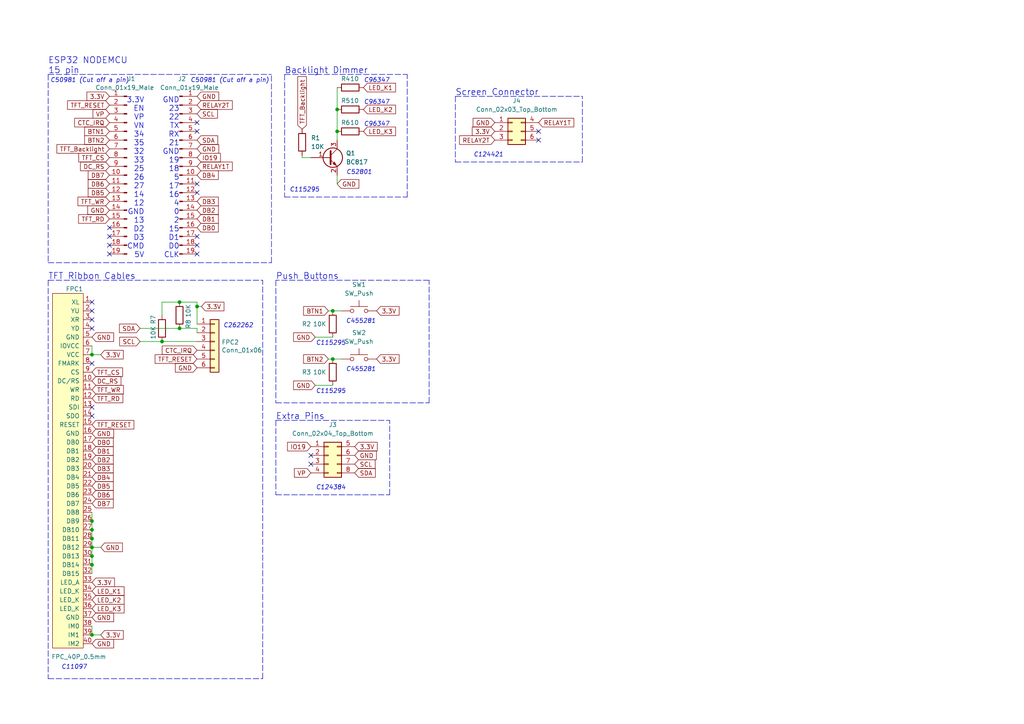
<source format=kicad_sch>
(kicad_sch (version 20211123) (generator eeschema)
  (paper "A4")
  (lib_symbols
    (symbol "Connector:Conn_01x19_Male" (pin_names (offset 1.016) hide)
      (property "Reference" "J" (at 0 25.4 0))
      (property "Value" "Conn_01x19_Male" (at 0 -25.4 0))
      (symbol "Conn_01x19_Male_1_1"
        (polyline (pts (xy 1.27 -22.86) (xy 0.8636 -22.86)) (stroke (width 0.1524)))
        (polyline (pts (xy 1.27 -20.32) (xy 0.8636 -20.32)) (stroke (width 0.1524)))
        (polyline (pts (xy 1.27 -17.78) (xy 0.8636 -17.78)) (stroke (width 0.1524)))
        (polyline (pts (xy 1.27 -15.24) (xy 0.8636 -15.24)) (stroke (width 0.1524)))
        (polyline (pts (xy 1.27 -12.7) (xy 0.8636 -12.7)) (stroke (width 0.1524)))
        (polyline (pts (xy 1.27 -10.16) (xy 0.8636 -10.16)) (stroke (width 0.1524)))
        (polyline (pts (xy 1.27 -7.62) (xy 0.8636 -7.62)) (stroke (width 0.1524)))
        (polyline (pts (xy 1.27 -5.08) (xy 0.8636 -5.08)) (stroke (width 0.1524)))
        (polyline (pts (xy 1.27 -2.54) (xy 0.8636 -2.54)) (stroke (width 0.1524)))
        (polyline (pts (xy 1.27 0) (xy 0.8636 0)) (stroke (width 0.1524)))
        (polyline (pts (xy 1.27 2.54) (xy 0.8636 2.54)) (stroke (width 0.1524)))
        (polyline (pts (xy 1.27 5.08) (xy 0.8636 5.08)) (stroke (width 0.1524)))
        (polyline (pts (xy 1.27 7.62) (xy 0.8636 7.62)) (stroke (width 0.1524)))
        (polyline (pts (xy 1.27 10.16) (xy 0.8636 10.16)) (stroke (width 0.1524)))
        (polyline (pts (xy 1.27 12.7) (xy 0.8636 12.7)) (stroke (width 0.1524)))
        (polyline (pts (xy 1.27 15.24) (xy 0.8636 15.24)) (stroke (width 0.1524)))
        (polyline (pts (xy 1.27 17.78) (xy 0.8636 17.78)) (stroke (width 0.1524)))
        (polyline (pts (xy 1.27 20.32) (xy 0.8636 20.32)) (stroke (width 0.1524)))
        (polyline (pts (xy 1.27 22.86) (xy 0.8636 22.86)) (stroke (width 0.1524)))
        (rectangle (start 0.8636 -22.733) (end 0 -22.987) (stroke (width 0.1524)) (fill (type outline)))
        (rectangle (start 0.8636 -20.193) (end 0 -20.447) (stroke (width 0.1524)) (fill (type outline)))
        (rectangle (start 0.8636 -17.653) (end 0 -17.907) (stroke (width 0.1524)) (fill (type outline)))
        (rectangle (start 0.8636 -15.113) (end 0 -15.367) (stroke (width 0.1524)) (fill (type outline)))
        (rectangle (start 0.8636 -12.573) (end 0 -12.827) (stroke (width 0.1524)) (fill (type outline)))
        (rectangle (start 0.8636 -10.033) (end 0 -10.287) (stroke (width 0.1524)) (fill (type outline)))
        (rectangle (start 0.8636 -7.493) (end 0 -7.747) (stroke (width 0.1524)) (fill (type outline)))
        (rectangle (start 0.8636 -4.953) (end 0 -5.207) (stroke (width 0.1524)) (fill (type outline)))
        (rectangle (start 0.8636 -2.413) (end 0 -2.667) (stroke (width 0.1524)) (fill (type outline)))
        (rectangle (start 0.8636 0.127) (end 0 -0.127) (stroke (width 0.1524)) (fill (type outline)))
        (rectangle (start 0.8636 2.667) (end 0 2.413) (stroke (width 0.1524)) (fill (type outline)))
        (rectangle (start 0.8636 5.207) (end 0 4.953) (stroke (width 0.1524)) (fill (type outline)))
        (rectangle (start 0.8636 7.747) (end 0 7.493) (stroke (width 0.1524)) (fill (type outline)))
        (rectangle (start 0.8636 10.287) (end 0 10.033) (stroke (width 0.1524)) (fill (type outline)))
        (rectangle (start 0.8636 12.827) (end 0 12.573) (stroke (width 0.1524)) (fill (type outline)))
        (rectangle (start 0.8636 15.367) (end 0 15.113) (stroke (width 0.1524)) (fill (type outline)))
        (rectangle (start 0.8636 17.907) (end 0 17.653) (stroke (width 0.1524)) (fill (type outline)))
        (rectangle (start 0.8636 20.447) (end 0 20.193) (stroke (width 0.1524)) (fill (type outline)))
        (rectangle (start 0.8636 22.987) (end 0 22.733) (stroke (width 0.1524)) (fill (type outline)))
        (pin passive line (at 5.08 22.86 180) (length 3.81) (name "Pin_1") (number "1"))
        (pin passive line (at 5.08 0 180) (length 3.81) (name "Pin_10") (number "10"))
        (pin passive line (at 5.08 -2.54 180) (length 3.81) (name "Pin_11") (number "11"))
        (pin passive line (at 5.08 -5.08 180) (length 3.81) (name "Pin_12") (number "12"))
        (pin passive line (at 5.08 -7.62 180) (length 3.81) (name "Pin_13") (number "13"))
        (pin passive line (at 5.08 -10.16 180) (length 3.81) (name "Pin_14") (number "14"))
        (pin passive line (at 5.08 -12.7 180) (length 3.81) (name "Pin_15") (number "15"))
        (pin passive line (at 5.08 -15.24 180) (length 3.81) (name "Pin_16") (number "16"))
        (pin passive line (at 5.08 -17.78 180) (length 3.81) (name "Pin_17") (number "17"))
        (pin passive line (at 5.08 -20.32 180) (length 3.81) (name "Pin_18") (number "18"))
        (pin passive line (at 5.08 -22.86 180) (length 3.81) (name "Pin_19") (number "19"))
        (pin passive line (at 5.08 20.32 180) (length 3.81) (name "Pin_2") (number "2"))
        (pin passive line (at 5.08 17.78 180) (length 3.81) (name "Pin_3") (number "3"))
        (pin passive line (at 5.08 15.24 180) (length 3.81) (name "Pin_4") (number "4"))
        (pin passive line (at 5.08 12.7 180) (length 3.81) (name "Pin_5") (number "5"))
        (pin passive line (at 5.08 10.16 180) (length 3.81) (name "Pin_6") (number "6"))
        (pin passive line (at 5.08 7.62 180) (length 3.81) (name "Pin_7") (number "7"))
        (pin passive line (at 5.08 5.08 180) (length 3.81) (name "Pin_8") (number "8"))
        (pin passive line (at 5.08 2.54 180) (length 3.81) (name "Pin_9") (number "9"))
      )
    )
    (symbol "Connector_Generic:Conn_01x06" (pin_names (offset 1.016) hide)
      (property "Reference" "J" (at 0 7.62 0))
      (property "Value" "Conn_01x06" (at 0 -10.16 0))
      (symbol "Conn_01x06_1_1"
        (rectangle (start -1.27 -7.493) (end 0 -7.747) (stroke (width 0.1524)))
        (rectangle (start -1.27 -4.953) (end 0 -5.207) (stroke (width 0.1524)))
        (rectangle (start -1.27 -2.413) (end 0 -2.667) (stroke (width 0.1524)))
        (rectangle (start -1.27 0.127) (end 0 -0.127) (stroke (width 0.1524)))
        (rectangle (start -1.27 2.667) (end 0 2.413) (stroke (width 0.1524)))
        (rectangle (start -1.27 5.207) (end 0 4.953) (stroke (width 0.1524)))
        (rectangle (start -1.27 6.35) (end 1.27 -8.89) (stroke (width 0.254)) (fill (type background)))
        (pin passive line (at -5.08 5.08 0) (length 3.81) (name "Pin_1") (number "1"))
        (pin passive line (at -5.08 2.54 0) (length 3.81) (name "Pin_2") (number "2"))
        (pin passive line (at -5.08 0 0) (length 3.81) (name "Pin_3") (number "3"))
        (pin passive line (at -5.08 -2.54 0) (length 3.81) (name "Pin_4") (number "4"))
        (pin passive line (at -5.08 -5.08 0) (length 3.81) (name "Pin_5") (number "5"))
        (pin passive line (at -5.08 -7.62 0) (length 3.81) (name "Pin_6") (number "6"))
      )
    )
    (symbol "Connector_Generic:Conn_02x03_Top_Bottom" (pin_names (offset 1.016) hide)
      (property "Reference" "J" (at 1.27 5.08 0))
      (property "Value" "Conn_02x03_Top_Bottom" (at 1.27 -5.08 0))
      (symbol "Conn_02x03_Top_Bottom_1_1"
        (rectangle (start -1.27 -2.413) (end 0 -2.667) (stroke (width 0.1524)))
        (rectangle (start -1.27 0.127) (end 0 -0.127) (stroke (width 0.1524)))
        (rectangle (start -1.27 2.667) (end 0 2.413) (stroke (width 0.1524)))
        (rectangle (start -1.27 3.81) (end 3.81 -3.81) (stroke (width 0.254)) (fill (type background)))
        (rectangle (start 3.81 -2.413) (end 2.54 -2.667) (stroke (width 0.1524)))
        (rectangle (start 3.81 0.127) (end 2.54 -0.127) (stroke (width 0.1524)))
        (rectangle (start 3.81 2.667) (end 2.54 2.413) (stroke (width 0.1524)))
        (pin passive line (at -5.08 2.54 0) (length 3.81) (name "Pin_1") (number "1"))
        (pin passive line (at -5.08 0 0) (length 3.81) (name "Pin_2") (number "2"))
        (pin passive line (at -5.08 -2.54 0) (length 3.81) (name "Pin_3") (number "3"))
        (pin passive line (at 7.62 2.54 180) (length 3.81) (name "Pin_4") (number "4"))
        (pin passive line (at 7.62 0 180) (length 3.81) (name "Pin_5") (number "5"))
        (pin passive line (at 7.62 -2.54 180) (length 3.81) (name "Pin_6") (number "6"))
      )
    )
    (symbol "Connector_Generic:Conn_02x04_Top_Bottom" (pin_names (offset 1.016) hide)
      (property "Reference" "J" (at 1.27 5.08 0))
      (property "Value" "Conn_02x04_Top_Bottom" (at 1.27 -7.62 0))
      (symbol "Conn_02x04_Top_Bottom_1_1"
        (rectangle (start -1.27 -4.953) (end 0 -5.207) (stroke (width 0.1524)))
        (rectangle (start -1.27 -2.413) (end 0 -2.667) (stroke (width 0.1524)))
        (rectangle (start -1.27 0.127) (end 0 -0.127) (stroke (width 0.1524)))
        (rectangle (start -1.27 2.667) (end 0 2.413) (stroke (width 0.1524)))
        (rectangle (start -1.27 3.81) (end 3.81 -6.35) (stroke (width 0.254)) (fill (type background)))
        (rectangle (start 3.81 -4.953) (end 2.54 -5.207) (stroke (width 0.1524)))
        (rectangle (start 3.81 -2.413) (end 2.54 -2.667) (stroke (width 0.1524)))
        (rectangle (start 3.81 0.127) (end 2.54 -0.127) (stroke (width 0.1524)))
        (rectangle (start 3.81 2.667) (end 2.54 2.413) (stroke (width 0.1524)))
        (pin passive line (at -5.08 2.54 0) (length 3.81) (name "Pin_1") (number "1"))
        (pin passive line (at -5.08 0 0) (length 3.81) (name "Pin_2") (number "2"))
        (pin passive line (at -5.08 -2.54 0) (length 3.81) (name "Pin_3") (number "3"))
        (pin passive line (at -5.08 -5.08 0) (length 3.81) (name "Pin_4") (number "4"))
        (pin passive line (at 7.62 2.54 180) (length 3.81) (name "Pin_5") (number "5"))
        (pin passive line (at 7.62 0 180) (length 3.81) (name "Pin_6") (number "6"))
        (pin passive line (at 7.62 -2.54 180) (length 3.81) (name "Pin_7") (number "7"))
        (pin passive line (at 7.62 -5.08 180) (length 3.81) (name "Pin_8") (number "8"))
      )
    )
    (symbol "Device:R" (pin_numbers hide) (pin_names (offset 0))
      (property "Reference" "R" (at 2.032 0 90))
      (property "Value" "R" (at 0 0 90))
      (symbol "R_0_1"
        (rectangle (start -1.016 -2.54) (end 1.016 2.54) (stroke (width 0.254)))
      )
      (symbol "R_1_1"
        (pin passive line (at 0 3.81 270) (length 1.27) (name "~") (number "1"))
        (pin passive line (at 0 -3.81 90) (length 1.27) (name "~") (number "2"))
      )
    )
    (symbol "ESP32_TouchDown:FPC_40P_0.5mm" (pin_names (offset 1.016))
      (property "Reference" "FPC?" (at -2.54 50.8 0))
      (property "Value" "FPC_40P_0.5mm" (at -1.27 -55.88 0))
      (symbol "FPC_40P_0.5mm_0_1"
        (rectangle (start -8.89 49.53) (end 0 -53.34) (fill (type background)))
      )
      (symbol "FPC_40P_0.5mm_1_1"
        (pin bidirectional line (at 2.54 46.99 180) (length 2.54) (name "XL") (number "1"))
        (pin bidirectional line (at 2.54 24.13 180) (length 2.54) (name "DC/RS") (number "10"))
        (pin bidirectional line (at 2.54 21.59 180) (length 2.54) (name "WR") (number "11"))
        (pin bidirectional line (at 2.54 19.05 180) (length 2.54) (name "RD") (number "12"))
        (pin bidirectional line (at 2.54 16.51 180) (length 2.54) (name "SDI") (number "13"))
        (pin bidirectional line (at 2.54 13.97 180) (length 2.54) (name "SDO") (number "14"))
        (pin bidirectional line (at 2.54 11.43 180) (length 2.54) (name "RESET") (number "15"))
        (pin bidirectional line (at 2.54 8.89 180) (length 2.54) (name "GND") (number "16"))
        (pin bidirectional line (at 2.54 6.35 180) (length 2.54) (name "DB0") (number "17"))
        (pin bidirectional line (at 2.54 3.81 180) (length 2.54) (name "DB1") (number "18"))
        (pin bidirectional line (at 2.54 1.27 180) (length 2.54) (name "DB2") (number "19"))
        (pin bidirectional line (at 2.54 44.45 180) (length 2.54) (name "YU") (number "2"))
        (pin bidirectional line (at 2.54 -1.27 180) (length 2.54) (name "DB3") (number "20"))
        (pin bidirectional line (at 2.54 -3.81 180) (length 2.54) (name "DB4") (number "21"))
        (pin bidirectional line (at 2.54 -6.35 180) (length 2.54) (name "DB5") (number "22"))
        (pin bidirectional line (at 2.54 -8.89 180) (length 2.54) (name "DB6") (number "23"))
        (pin bidirectional line (at 2.54 -11.43 180) (length 2.54) (name "DB7") (number "24"))
        (pin bidirectional line (at 2.54 -13.97 180) (length 2.54) (name "DB8") (number "25"))
        (pin bidirectional line (at 2.54 -16.51 180) (length 2.54) (name "DB9") (number "26"))
        (pin bidirectional line (at 2.54 -19.05 180) (length 2.54) (name "DB10") (number "27"))
        (pin bidirectional line (at 2.54 -21.59 180) (length 2.54) (name "DB11") (number "28"))
        (pin bidirectional line (at 2.54 -24.13 180) (length 2.54) (name "DB12") (number "29"))
        (pin bidirectional line (at 2.54 41.91 180) (length 2.54) (name "XR") (number "3"))
        (pin bidirectional line (at 2.54 -26.67 180) (length 2.54) (name "DB13") (number "30"))
        (pin bidirectional line (at 2.54 -29.21 180) (length 2.54) (name "DB14") (number "31"))
        (pin bidirectional line (at 2.54 -31.75 180) (length 2.54) (name "DB15") (number "32"))
        (pin bidirectional line (at 2.54 -34.29 180) (length 2.54) (name "LED_A") (number "33"))
        (pin bidirectional line (at 2.54 -36.83 180) (length 2.54) (name "LED_K") (number "34"))
        (pin bidirectional line (at 2.54 -39.37 180) (length 2.54) (name "LED_K") (number "35"))
        (pin bidirectional line (at 2.54 -41.91 180) (length 2.54) (name "LED_K") (number "36"))
        (pin bidirectional line (at 2.54 -44.45 180) (length 2.54) (name "GND") (number "37"))
        (pin bidirectional line (at 2.54 -46.99 180) (length 2.54) (name "IM0") (number "38"))
        (pin bidirectional line (at 2.54 -49.53 180) (length 2.54) (name "IM1") (number "39"))
        (pin bidirectional line (at 2.54 39.37 180) (length 2.54) (name "YD") (number "4"))
        (pin bidirectional line (at 2.54 -52.07 180) (length 2.54) (name "IM2") (number "40"))
        (pin bidirectional line (at 2.54 36.83 180) (length 2.54) (name "GND") (number "5"))
        (pin bidirectional line (at 2.54 34.29 180) (length 2.54) (name "IOVCC") (number "6"))
        (pin bidirectional line (at 2.54 31.75 180) (length 2.54) (name "VCC") (number "7"))
        (pin bidirectional line (at 2.54 29.21 180) (length 2.54) (name "FMARK") (number "8"))
        (pin bidirectional line (at 2.54 26.67 180) (length 2.54) (name "CS") (number "9"))
      )
    )
    (symbol "Switch:SW_Push" (pin_numbers hide) (pin_names (offset 1.016) hide)
      (property "Reference" "SW" (at 1.27 2.54 0))
      (property "Value" "SW_Push" (at 0 -1.524 0))
      (symbol "SW_Push_0_1"
        (circle (center -2.032 0) (radius 0.508))
        (polyline (pts (xy 0 1.27) (xy 0 3.048)))
        (polyline (pts (xy 2.54 1.27) (xy -2.54 1.27)))
        (circle (center 2.032 0) (radius 0.508))
        (pin passive line (at -5.08 0 0) (length 2.54) (name "1") (number "1"))
        (pin passive line (at 5.08 0 180) (length 2.54) (name "2") (number "2"))
      )
    )
    (symbol "Transistor_BJT:BC817" (pin_names (offset 0) hide)
      (property "Reference" "Q" (at 5.08 1.905 0))
      (property "Value" "BC817" (at 5.08 0 0))
      (symbol "BC817_0_1"
        (polyline (pts (xy 0.635 0.635) (xy 2.54 2.54)))
        (polyline (pts (xy 0.635 -0.635) (xy 2.54 -2.54) (xy 2.54 -2.54)))
        (polyline (pts (xy 0.635 1.905) (xy 0.635 -1.905) (xy 0.635 -1.905)) (stroke (width 0.508)))
        (polyline (pts (xy 1.27 -1.778) (xy 1.778 -1.27) (xy 2.286 -2.286) (xy 1.27 -1.778) (xy 1.27 -1.778)) (fill (type outline)))
        (circle (center 1.27 0) (radius 2.8194) (stroke (width 0.254)))
      )
      (symbol "BC817_1_1"
        (pin input line (at -5.08 0 0) (length 5.715) (name "B") (number "1"))
        (pin passive line (at 2.54 -5.08 90) (length 2.54) (name "E") (number "2"))
        (pin passive line (at 2.54 5.08 270) (length 2.54) (name "C") (number "3"))
      )
    )
  )
  (junction (at 97.79 38.1))
  (junction (at 26.67 156.21))
  (junction (at 57.15 88.9))
  (junction (at 26.67 153.67))
  (junction (at 26.67 102.87))
  (junction (at 97.79 31.75))
  (junction (at 26.67 158.75))
  (junction (at 46.99 99.06))
  (junction (at 96.52 90.17))
  (junction (at 96.52 104.14))
  (junction (at 26.67 163.83))
  (junction (at 52.07 87.63))
  (junction (at 26.67 161.29))
  (junction (at 52.07 95.25))
  (junction (at 26.67 184.15))
  (junction (at 26.67 151.13))
  (no_connect (at 26.67 92.71))
  (no_connect (at 26.67 105.41))
  (no_connect (at 26.67 90.17))
  (no_connect (at 26.67 87.63))
  (no_connect (at 57.15 55.88))
  (no_connect (at 26.67 120.65))
  (no_connect (at 57.15 73.66))
  (no_connect (at 57.15 35.56))
  (no_connect (at 31.75 68.58))
  (no_connect (at 156.21 40.64))
  (no_connect (at 31.75 73.66))
  (no_connect (at 26.67 118.11))
  (no_connect (at 57.15 53.34))
  (no_connect (at 57.15 68.58))
  (no_connect (at 90.17 134.62))
  (no_connect (at 156.21 38.1))
  (no_connect (at 31.75 66.04))
  (no_connect (at 31.75 71.12))
  (no_connect (at 57.15 71.12))
  (no_connect (at 26.67 95.25))
  (no_connect (at 90.17 132.08))
  (no_connect (at 57.15 38.1))
  (polyline (pts (xy 80.01 121.92) (xy 80.01 143.51)))
  (wire (pts (xy 96.52 90.17) (xy 99.06 90.17)))
  (polyline (pts (xy 113.03 143.51) (xy 113.03 121.92)))
  (wire (pts (xy 97.79 31.75) (xy 97.79 38.1)))
  (wire (pts (xy 46.99 99.06) (xy 57.15 99.06)))
  (wire (pts (xy 52.07 87.63) (xy 57.15 87.63)))
  (polyline (pts (xy 78.74 76.2) (xy 78.74 21.59)))
  (polyline (pts (xy 82.55 21.59) (xy 118.11 21.59)))
  (polyline (pts (xy 168.91 46.99) (xy 168.91 27.94)))
  (polyline (pts (xy 82.55 21.59) (xy 82.55 57.15)))
  (wire (pts (xy 91.44 111.76) (xy 96.52 111.76)))
  (wire (pts (xy 87.63 45.72) (xy 87.63 45.085)))
  (polyline (pts (xy 132.08 46.99) (xy 168.91 46.99)))
  (wire (pts (xy 95.25 104.14) (xy 96.52 104.14)))
  (polyline (pts (xy 82.55 57.15) (xy 118.11 57.15)))
  (wire (pts (xy 52.07 95.25) (xy 57.15 95.25)))
  (polyline (pts (xy 132.08 27.94) (xy 168.91 27.94)))
  (wire (pts (xy 58.42 88.9) (xy 57.15 88.9)))
  (wire (pts (xy 26.67 161.29) (xy 26.67 163.83)))
  (wire (pts (xy 26.67 153.67) (xy 26.67 156.21)))
  (wire (pts (xy 29.21 184.15) (xy 26.67 184.15)))
  (wire (pts (xy 97.79 50.8) (xy 97.79 53.34)))
  (wire (pts (xy 97.79 38.1) (xy 97.79 40.64)))
  (wire (pts (xy 26.67 100.33) (xy 26.67 102.87)))
  (wire (pts (xy 26.67 148.59) (xy 26.67 151.13)))
  (wire (pts (xy 26.67 102.87) (xy 29.21 102.87)))
  (polyline (pts (xy 76.2 196.85) (xy 76.2 81.28)))
  (polyline (pts (xy 80.01 116.84) (xy 124.46 116.84)))
  (polyline (pts (xy 132.08 27.94) (xy 132.08 46.99)))
  (polyline (pts (xy 124.46 116.84) (xy 124.46 81.28)))
  (wire (pts (xy 26.67 163.83) (xy 26.67 166.37)))
  (polyline (pts (xy 13.97 81.28) (xy 13.97 196.85)))
  (wire (pts (xy 96.52 104.14) (xy 99.06 104.14)))
  (wire (pts (xy 95.25 90.17) (xy 96.52 90.17)))
  (wire (pts (xy 97.79 25.4) (xy 97.79 31.75)))
  (wire (pts (xy 26.67 158.75) (xy 26.67 161.29)))
  (wire (pts (xy 57.15 88.9) (xy 57.15 93.98)))
  (polyline (pts (xy 13.97 21.59) (xy 78.74 21.59)))
  (polyline (pts (xy 118.11 57.15) (xy 118.11 21.59)))
  (polyline (pts (xy 13.97 196.85) (xy 76.2 196.85)))
  (polyline (pts (xy 80.01 121.92) (xy 113.03 121.92)))
  (wire (pts (xy 91.44 97.79) (xy 96.52 97.79)))
  (polyline (pts (xy 80.01 143.51) (xy 113.03 143.51)))
  (polyline (pts (xy 13.97 81.28) (xy 76.2 81.28)))
  (polyline (pts (xy 80.01 86.36) (xy 80.01 116.84)))
  (wire (pts (xy 40.64 99.06) (xy 46.99 99.06)))
  (wire (pts (xy 57.15 87.63) (xy 57.15 88.9)))
  (wire (pts (xy 46.99 87.63) (xy 52.07 87.63)))
  (polyline (pts (xy 80.01 81.28) (xy 80.01 86.36)))
  (wire (pts (xy 26.67 156.21) (xy 26.67 158.75)))
  (wire (pts (xy 26.67 181.61) (xy 26.67 184.15)))
  (polyline (pts (xy 13.97 21.59) (xy 13.97 76.2)))
  (wire (pts (xy 46.99 91.44) (xy 46.99 87.63)))
  (wire (pts (xy 40.64 95.25) (xy 52.07 95.25)))
  (wire (pts (xy 26.67 151.13) (xy 26.67 153.67)))
  (polyline (pts (xy 13.97 76.2) (xy 78.74 76.2)))
  (wire (pts (xy 90.17 45.72) (xy 87.63 45.72)))
  (wire (pts (xy 26.67 158.75) (xy 29.21 158.75)))
  (wire (pts (xy 57.15 95.25) (xy 57.15 96.52)))
  (polyline (pts (xy 124.46 81.28) (xy 80.01 81.28)))
  (text "C115295" (at 92.71 55.88 180) (effects (font (size 1.27 1.27) italic) (justify right bottom)))
  (text "C115295" (at 100.33 114.3 180) (effects (font (size 1.27 1.27) italic) (justify right bottom)))
  (text "C455281" (at 100.33 107.95 0) (effects (font (size 1.27 1.27) italic) (justify left bottom)))
  (text "TFT Ribbon Cables" (at 13.97 81.28 0) (effects (font (size 1.8 1.8)) (justify left bottom)))
  (text "3.3V\nEN\nVP\nVN\n34\n35\n32\n33\n25\n26\n27\n14\n12\nGND\n13\nD2\nD3\nCMD\n5V" (at 41.91 74.93 0) (effects (font (size 1.55 1.55)) (justify right bottom)))
  (text "C52801" (at 107.95 50.8 180) (effects (font (size 1.27 1.27) italic) (justify right bottom)))
  (text "C50981 (Cut off a pin)" (at 78.105 24.13 180) (effects (font (size 1.27 1.27) italic) (justify right bottom)))
  (text "Backlight Dimmer" (at 82.55 21.59 0) (effects (font (size 1.8 1.8)) (justify left bottom)))
  (text "C115295" (at 100.33 100.33 180) (effects (font (size 1.27 1.27) italic) (justify right bottom)))
  (text "C124384" (at 100.33 142.24 180) (effects (font (size 1.27 1.27) italic) (justify right bottom)))
  (text "Push Buttons" (at 80.01 81.28 0) (effects (font (size 1.8 1.8)) (justify left bottom)))
  (text "Extra Pins" (at 80.01 121.92 0) (effects (font (size 1.8 1.8)) (justify left bottom)))
  (text "C96347" (at 113.03 30.48 180) (effects (font (size 1.27 1.27) italic) (justify right bottom)))
  (text "GND\n23\n22\nTX\nRX\n21\nGND\n19\n18\n5\n17\n16\n4\n0\n2\n15\nD1\nD0\nCLK" (at 52.07 74.93 0) (effects (font (size 1.55 1.55)) (justify right bottom)))
  (text "C11097" (at 17.78 194.31 0) (effects (font (size 1.27 1.27) italic) (justify left bottom)))
  (text "C262262" (at 64.77 95.25 0) (effects (font (size 1.27 1.27) italic) (justify left bottom)))
  (text "C455281" (at 100.33 93.98 0) (effects (font (size 1.27 1.27) italic) (justify left bottom)))
  (text "C96347" (at 113.03 36.83 180) (effects (font (size 1.27 1.27) italic) (justify right bottom)))
  (text "C124421" (at 146.05 45.72 180) (effects (font (size 1.27 1.27) italic) (justify right bottom)))
  (text "ESP32 NODEMCU\n15 pin\n" (at 13.97 21.59 0) (effects (font (size 1.8 1.8)) (justify left bottom)))
  (text "Screen Connector" (at 132.08 27.94 0) (effects (font (size 1.8 1.8)) (justify left bottom)))
  (text "C50981 (Cut off a pin)" (at 37.465 24.13 180) (effects (font (size 1.27 1.27) italic) (justify right bottom)))
  (text "C96347" (at 113.03 24.13 180) (effects (font (size 1.27 1.27) italic) (justify right bottom)))
  (global_label "BTN1" (shape input) (at 95.25 90.17 180) (property "Intersheet References" "${INTERSHEET_REFS}" (effects hide)))
  (global_label "IO19" (shape input) (at 57.15 45.72 0) (property "Intersheet References" "${INTERSHEET_REFS}" (effects hide)))
  (global_label "GND" (shape input) (at 26.67 125.73 0) (property "Intersheet References" "${INTERSHEET_REFS}" (effects hide)))
  (global_label "TFT_CS" (shape input) (at 31.75 45.72 180) (property "Intersheet References" "${INTERSHEET_REFS}" (effects hide)))
  (global_label "SDA" (shape input) (at 40.64 95.25 180) (property "Intersheet References" "${INTERSHEET_REFS}" (effects hide)))
  (global_label "DB4" (shape input) (at 26.67 138.43 0) (property "Intersheet References" "${INTERSHEET_REFS}" (effects hide)))
  (global_label "CTC_IRQ" (shape input) (at 57.15 101.6 180) (property "Intersheet References" "${INTERSHEET_REFS}" (effects hide)))
  (global_label "LED_K3" (shape input) (at 105.41 38.1 0) (property "Intersheet References" "${INTERSHEET_REFS}" (effects hide)))
  (global_label "TFT_RESET" (shape input) (at 57.15 104.14 180) (property "Intersheet References" "${INTERSHEET_REFS}" (effects hide)))
  (global_label "CTC_IRQ" (shape input) (at 31.75 35.56 180) (property "Intersheet References" "${INTERSHEET_REFS}" (effects hide)))
  (global_label "3.3V" (shape input) (at 29.21 102.87 0) (property "Intersheet References" "${INTERSHEET_REFS}" (effects hide)))
  (global_label "VP" (shape input) (at 90.17 137.16 180) (property "Intersheet References" "${INTERSHEET_REFS}" (effects hide)))
  (global_label "DB4" (shape input) (at 57.15 50.8 0) (property "Intersheet References" "${INTERSHEET_REFS}" (effects hide)))
  (global_label "3.3V" (shape input) (at 26.67 168.91 0) (property "Intersheet References" "${INTERSHEET_REFS}" (effects hide)))
  (global_label "3.3V" (shape input) (at 31.75 27.94 180) (property "Intersheet References" "${INTERSHEET_REFS}" (effects hide)))
  (global_label "TFT_RESET" (shape input) (at 26.67 123.19 0) (property "Intersheet References" "${INTERSHEET_REFS}" (effects hide)))
  (global_label "GND" (shape input) (at 91.44 111.76 180) (property "Intersheet References" "${INTERSHEET_REFS}" (effects hide)))
  (global_label "DB3" (shape input) (at 57.15 58.42 0) (property "Intersheet References" "${INTERSHEET_REFS}" (effects hide)))
  (global_label "SDA" (shape input) (at 102.87 137.16 0) (property "Intersheet References" "${INTERSHEET_REFS}" (effects hide)))
  (global_label "GND" (shape input) (at 143.51 35.56 180) (property "Intersheet References" "${INTERSHEET_REFS}" (effects hide)))
  (global_label "RELAY2T" (shape input) (at 143.51 40.64 180) (property "Intersheet References" "${INTERSHEET_REFS}" (effects hide)))
  (global_label "TFT_CS" (shape input) (at 26.67 107.95 0) (property "Intersheet References" "${INTERSHEET_REFS}" (effects hide)))
  (global_label "DB6" (shape input) (at 31.75 53.34 180) (property "Intersheet References" "${INTERSHEET_REFS}" (effects hide)))
  (global_label "GND" (shape input) (at 57.15 106.68 180) (property "Intersheet References" "${INTERSHEET_REFS}" (effects hide)))
  (global_label "TFT_WR" (shape input) (at 26.67 113.03 0) (property "Intersheet References" "${INTERSHEET_REFS}" (effects hide)))
  (global_label "DB5" (shape input) (at 31.75 55.88 180) (property "Intersheet References" "${INTERSHEET_REFS}" (effects hide)))
  (global_label "GND" (shape input) (at 57.15 27.94 0) (property "Intersheet References" "${INTERSHEET_REFS}" (effects hide)))
  (global_label "GND" (shape input) (at 26.67 186.69 0) (property "Intersheet References" "${INTERSHEET_REFS}" (effects hide)))
  (global_label "GND" (shape input) (at 91.44 97.79 180) (property "Intersheet References" "${INTERSHEET_REFS}" (effects hide)))
  (global_label "DB7" (shape input) (at 26.67 146.05 0) (property "Intersheet References" "${INTERSHEET_REFS}" (effects hide)))
  (global_label "DB1" (shape input) (at 57.15 63.5 0) (property "Intersheet References" "${INTERSHEET_REFS}" (effects hide)))
  (global_label "DB1" (shape input) (at 26.67 130.81 0) (property "Intersheet References" "${INTERSHEET_REFS}" (effects hide)))
  (global_label "SCL" (shape input) (at 102.87 134.62 0) (property "Intersheet References" "${INTERSHEET_REFS}" (effects hide)))
  (global_label "3.3V" (shape input) (at 109.22 90.17 0) (property "Intersheet References" "${INTERSHEET_REFS}" (effects hide)))
  (global_label "SCL" (shape input) (at 40.64 99.06 180) (property "Intersheet References" "${INTERSHEET_REFS}" (effects hide)))
  (global_label "IO19" (shape input) (at 90.17 129.54 180) (property "Intersheet References" "${INTERSHEET_REFS}" (effects hide)))
  (global_label "DB3" (shape input) (at 26.67 135.89 0) (property "Intersheet References" "${INTERSHEET_REFS}" (effects hide)))
  (global_label "DB2" (shape input) (at 57.15 60.96 0) (property "Intersheet References" "${INTERSHEET_REFS}" (effects hide)))
  (global_label "3.3V" (shape input) (at 29.21 184.15 0) (property "Intersheet References" "${INTERSHEET_REFS}" (effects hide)))
  (global_label "GND" (shape input) (at 102.87 132.08 0) (property "Intersheet References" "${INTERSHEET_REFS}" (effects hide)))
  (global_label "3.3V" (shape input) (at 58.42 88.9 0) (property "Intersheet References" "${INTERSHEET_REFS}" (effects hide)))
  (global_label "VP" (shape input) (at 31.75 33.02 180) (property "Intersheet References" "${INTERSHEET_REFS}" (effects hide)))
  (global_label "LED_K2" (shape input) (at 105.41 31.75 0) (property "Intersheet References" "${INTERSHEET_REFS}" (effects hide)))
  (global_label "DB0" (shape input) (at 57.15 66.04 0) (property "Intersheet References" "${INTERSHEET_REFS}" (effects hide)))
  (global_label "RELAY1T" (shape input) (at 156.21 35.56 0) (property "Intersheet References" "${INTERSHEET_REFS}" (effects hide)))
  (global_label "DB5" (shape input) (at 26.67 140.97 0) (property "Intersheet References" "${INTERSHEET_REFS}" (effects hide)))
  (global_label "GND" (shape input) (at 26.67 179.07 0) (property "Intersheet References" "${INTERSHEET_REFS}" (effects hide)))
  (global_label "DB2" (shape input) (at 26.67 133.35 0) (property "Intersheet References" "${INTERSHEET_REFS}" (effects hide)))
  (global_label "TFT_Backlight" (shape input) (at 31.75 43.18 180) (property "Intersheet References" "${INTERSHEET_REFS}" (effects hide)))
  (global_label "GND" (shape input) (at 57.15 43.18 0) (property "Intersheet References" "${INTERSHEET_REFS}" (effects hide)))
  (global_label "LED_K2" (shape input) (at 26.67 173.99 0) (property "Intersheet References" "${INTERSHEET_REFS}" (effects hide)))
  (global_label "RELAY2T" (shape input) (at 57.15 30.48 0) (property "Intersheet References" "${INTERSHEET_REFS}" (effects hide)))
  (global_label "GND" (shape input) (at 97.79 53.34 0) (property "Intersheet References" "${INTERSHEET_REFS}" (effects hide)))
  (global_label "GND" (shape input) (at 31.75 60.96 180) (property "Intersheet References" "${INTERSHEET_REFS}" (effects hide)))
  (global_label "GND" (shape input) (at 29.21 158.75 0) (property "Intersheet References" "${INTERSHEET_REFS}" (effects hide)))
  (global_label "TFT_WR" (shape input) (at 31.75 58.42 180) (property "Intersheet References" "${INTERSHEET_REFS}" (effects hide)))
  (global_label "BTN1" (shape input) (at 31.75 38.1 180) (property "Intersheet References" "${INTERSHEET_REFS}" (effects hide)))
  (global_label "DC_RS" (shape input) (at 26.67 110.49 0) (property "Intersheet References" "${INTERSHEET_REFS}" (effects hide)))
  (global_label "TFT_RD" (shape input) (at 31.75 63.5 180) (property "Intersheet References" "${INTERSHEET_REFS}" (effects hide)))
  (global_label "TFT_RESET" (shape input) (at 31.75 30.48 180) (property "Intersheet References" "${INTERSHEET_REFS}" (effects hide)))
  (global_label "SDA" (shape input) (at 57.15 40.64 0) (property "Intersheet References" "${INTERSHEET_REFS}" (effects hide)))
  (global_label "RELAY1T" (shape input) (at 57.15 48.26 0) (property "Intersheet References" "${INTERSHEET_REFS}" (effects hide)))
  (global_label "LED_K1" (shape input) (at 105.41 25.4 0) (property "Intersheet References" "${INTERSHEET_REFS}" (effects hide)))
  (global_label "LED_K1" (shape input) (at 26.67 171.45 0) (property "Intersheet References" "${INTERSHEET_REFS}" (effects hide)))
  (global_label "TFT_RD" (shape input) (at 26.67 115.57 0) (property "Intersheet References" "${INTERSHEET_REFS}" (effects hide)))
  (global_label "BTN2" (shape input) (at 31.75 40.64 180) (property "Intersheet References" "${INTERSHEET_REFS}" (effects hide)))
  (global_label "DB7" (shape input) (at 31.75 50.8 180) (property "Intersheet References" "${INTERSHEET_REFS}" (effects hide)))
  (global_label "3.3V" (shape input) (at 143.51 38.1 180) (property "Intersheet References" "${INTERSHEET_REFS}" (effects hide)))
  (global_label "DC_RS" (shape input) (at 31.75 48.26 180) (property "Intersheet References" "${INTERSHEET_REFS}" (effects hide)))
  (global_label "TFT_Backlight" (shape input) (at 87.63 37.465 90) (property "Intersheet References" "${INTERSHEET_REFS}" (effects hide)))
  (global_label "LED_K3" (shape input) (at 26.67 176.53 0) (property "Intersheet References" "${INTERSHEET_REFS}" (effects hide)))
  (global_label "3.3V" (shape input) (at 102.87 129.54 0) (property "Intersheet References" "${INTERSHEET_REFS}" (effects hide)))
  (global_label "DB6" (shape input) (at 26.67 143.51 0) (property "Intersheet References" "${INTERSHEET_REFS}" (effects hide)))
  (global_label "BTN2" (shape input) (at 95.25 104.14 180) (property "Intersheet References" "${INTERSHEET_REFS}" (effects hide)))
  (global_label "SCL" (shape input) (at 57.15 33.02 0) (property "Intersheet References" "${INTERSHEET_REFS}" (effects hide)))
  (global_label "GND" (shape input) (at 26.67 97.79 0) (property "Intersheet References" "${INTERSHEET_REFS}" (effects hide)))
  (global_label "3.3V" (shape input) (at 109.22 104.14 0) (property "Intersheet References" "${INTERSHEET_REFS}" (effects hide)))
  (global_label "DB0" (shape input) (at 26.67 128.27 0) (property "Intersheet References" "${INTERSHEET_REFS}" (effects hide)))
  (symbol (lib_id "Switch:SW_Push") (at 104.14 104.14 0) (unit 1)
    (property "Reference" "SW2" (at 104.14 96.52 0))
    (property "Value" "SW_Push" (at 104.14 99.06 0))
    (property "Footprint" "LCSCManual:TS-1088R-02526" (effects hide))
  )
  (symbol (lib_id "Device:R") (at 96.52 93.98 180) (unit 1)
    (property "Reference" "R2" (at 88.9 93.98 0))
    (property "Value" "10K" (at 92.71 93.98 0))
    (property "Footprint" "Resistor_SMD:R_0805_2012Metric" (effects hide))
  )
  (symbol (lib_id "Device:R") (at 101.6 31.75 90) (unit 1)
    (property "Reference" "R5" (at 101.6 29.21 90) (effects (justify left)))
    (property "Value" "10" (at 104.14 29.21 90) (effects (justify left)))
    (property "Footprint" "Resistor_SMD:R_0805_2012Metric" (effects hide))
  )
  (symbol (lib_id "Connector:Conn_01x19_Male") (at 36.83 50.8 0) (mirror y) (unit 1)
    (property "Reference" "J1" (at 38.1 22.86 0))
    (property "Value" "Conn_01x19_Male" (at 36.195 25.4 0))
    (property "Footprint" "Connector_PinHeader_2.54mm:PinHeader_1x19_P2.54mm_Vertical" (effects hide))
  )
  (symbol (lib_id "Device:R") (at 96.52 107.95 180) (unit 1)
    (property "Reference" "R3" (at 88.9 107.95 0))
    (property "Value" "10K" (at 92.71 107.95 0))
    (property "Footprint" "Resistor_SMD:R_0805_2012Metric" (effects hide))
  )
  (symbol (lib_id "Connector_Generic:Conn_02x04_Top_Bottom") (at 95.25 132.08 0) (unit 1)
    (property "Reference" "J3" (at 96.52 123.19 0))
    (property "Value" "Conn_02x04_Top_Bottom" (at 96.52 125.73 0))
    (property "Footprint" "Connector_PinHeader_2.54mm:PinHeader_2x04_P2.54mm_Vertical" (effects hide))
  )
  (symbol (lib_id "Connector:Conn_01x19_Male") (at 52.07 50.8 0) (unit 1)
    (property "Reference" "J2" (at 53.975 22.86 0) (effects (justify right)))
    (property "Value" "Conn_01x19_Male" (at 63.5 25.4 0) (effects (justify right)))
    (property "Footprint" "Connector_PinHeader_2.54mm:PinHeader_1x19_P2.54mm_Vertical" (effects hide))
  )
  (symbol (lib_id "Device:R") (at 101.6 38.1 90) (unit 1)
    (property "Reference" "R6" (at 101.6 35.56 90) (effects (justify left)))
    (property "Value" "10" (at 104.14 35.56 90) (effects (justify left)))
    (property "Footprint" "Resistor_SMD:R_0805_2012Metric" (effects hide))
  )
  (symbol (lib_id "Device:R") (at 101.6 25.4 90) (unit 1)
    (property "Reference" "R4" (at 101.6 22.86 90) (effects (justify left)))
    (property "Value" "10" (at 104.14 22.86 90) (effects (justify left)))
    (property "Footprint" "Resistor_SMD:R_0805_2012Metric" (effects hide))
  )
  (symbol (lib_id "Device:R") (at 87.63 41.275 0) (unit 1)
    (property "Reference" "R1" (at 90.17 40.0049 0) (effects (justify left)))
    (property "Value" "10K" (at 90.17 42.5449 0) (effects (justify left)))
    (property "Footprint" "Resistor_SMD:R_0805_2012Metric" (effects hide))
  )
  (symbol (lib_id "Connector_Generic:Conn_02x03_Top_Bottom") (at 148.59 38.1 0) (unit 1)
    (property "Reference" "J4" (at 149.86 29.21 0))
    (property "Value" "Conn_02x03_Top_Bottom" (at 149.86 31.75 0))
    (property "Footprint" "Connector_PinSocket_2.54mm:PinSocket_2x03_P2.54mm_Vertical" (effects hide))
  )
  (symbol (lib_id "Device:R") (at 52.07 91.44 180) (unit 1)
    (property "Reference" "R8" (at 54.61 93.98 90))
    (property "Value" "10K" (at 54.61 90.17 90))
    (property "Footprint" "Resistor_SMD:R_0805_2012Metric" (effects hide))
  )
  (symbol (lib_id "Switch:SW_Push") (at 104.14 90.17 0) (unit 1)
    (property "Reference" "SW1" (at 104.14 82.55 0))
    (property "Value" "SW_Push" (at 104.14 85.09 0))
    (property "Footprint" "LCSCManual:TS-1088R-02526" (effects hide))
  )
  (symbol (lib_id "Transistor_BJT:BC817") (at 95.25 45.72 0) (unit 1)
    (property "Reference" "Q1" (at 100.33 44.4499 0) (effects (justify left)))
    (property "Value" "BC817" (at 100.33 46.9899 0) (effects (justify left)))
    (property "Footprint" "Package_TO_SOT_SMD:SOT-23" (effects hide))
    (property "Datasheet" "https://www.onsemi.com/pub/Collateral/BC818-D.pdf" (effects hide))
  )
  (symbol (lib_id "Device:R") (at 46.99 95.25 0) (unit 1)
    (property "Reference" "R7" (at 44.45 92.71 90))
    (property "Value" "10K" (at 44.45 96.52 90))
    (property "Footprint" "Resistor_SMD:R_0805_2012Metric" (effects hide))
  )
  (symbol (lib_id "ESP32_TouchDown:FPC_40P_0.5mm") (at 24.13 134.62 0) (unit 1)
    (property "Reference" "FPC1" (at 21.59 83.82 0))
    (property "Value" "FPC_40P_0.5mm" (at 22.86 190.5 0))
    (property "Footprint" "Connector_FFC-FPC:Hirose_FH12-40S-0.5SH_1x40-1MP_P0.50mm_Horizontal" (effects hide))
  )
  (symbol (lib_id "Connector_Generic:Conn_01x06") (at 62.23 99.06 0) (unit 1)
    (property "Reference" "FPC2" (at 64.262 99.2632 0) (effects (justify left)))
    (property "Value" "Conn_01x06" (at 64.262 101.5746 0) (effects (justify left)))
    (property "Footprint" "Connector_FFC-FPC:Hirose_FH12-6S-0.5SH_1x06-1MP_P0.50mm_Horizontal" (effects hide))
  )
)
</source>
